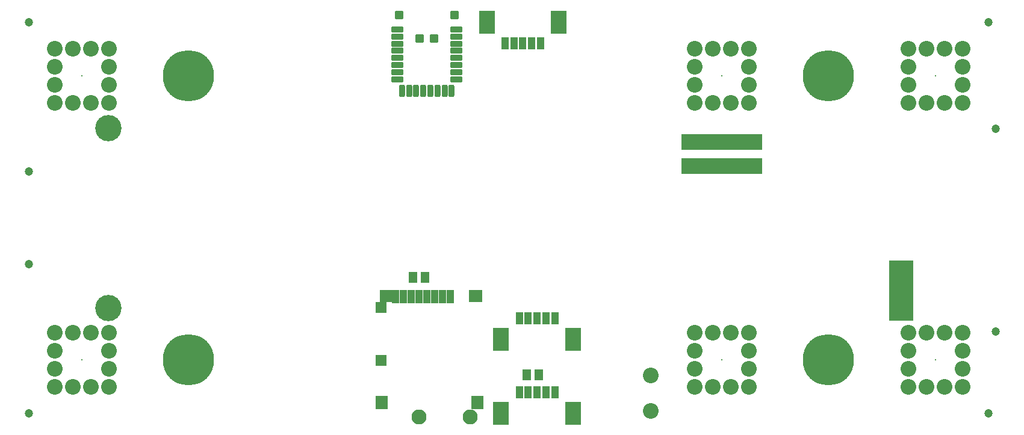
<source format=gbs>
G04 Layer_Color=16711935*
%FSLAX25Y25*%
%MOIN*%
G70*
G01*
G75*
%ADD118R,0.05131X0.06312*%
%ADD149R,0.09068X0.12611*%
%ADD150R,0.03950X0.07099*%
%ADD163R,0.44894X0.08871*%
%ADD169C,0.04737*%
%ADD170C,0.28359*%
%ADD172C,0.00800*%
%ADD173C,0.08674*%
%ADD174C,0.08280*%
%ADD175C,0.14579*%
%ADD176R,0.13780X0.33465*%
%ADD177R,0.03950X0.07414*%
%ADD178R,0.07099X0.06706*%
%ADD179R,0.05879X0.06312*%
%ADD180R,0.07493X0.06706*%
%ADD181R,0.05879X0.05918*%
%ADD182R,0.06706X0.07493*%
G04:AMPARAMS|DCode=183|XSize=67.06mil|YSize=32.02mil|CornerRadius=7.6mil|HoleSize=0mil|Usage=FLASHONLY|Rotation=90.000|XOffset=0mil|YOffset=0mil|HoleType=Round|Shape=RoundedRectangle|*
%AMROUNDEDRECTD183*
21,1,0.06706,0.01681,0,0,90.0*
21,1,0.05185,0.03202,0,0,90.0*
1,1,0.01520,0.00841,0.02593*
1,1,0.01520,0.00841,-0.02593*
1,1,0.01520,-0.00841,-0.02593*
1,1,0.01520,-0.00841,0.02593*
%
%ADD183ROUNDEDRECTD183*%
G04:AMPARAMS|DCode=184|XSize=67.06mil|YSize=32.02mil|CornerRadius=7.6mil|HoleSize=0mil|Usage=FLASHONLY|Rotation=180.000|XOffset=0mil|YOffset=0mil|HoleType=Round|Shape=RoundedRectangle|*
%AMROUNDEDRECTD184*
21,1,0.06706,0.01681,0,0,180.0*
21,1,0.05185,0.03202,0,0,180.0*
1,1,0.01520,-0.02593,0.00841*
1,1,0.01520,0.02593,0.00841*
1,1,0.01520,0.02593,-0.00841*
1,1,0.01520,-0.02593,-0.00841*
%
%ADD184ROUNDEDRECTD184*%
G04:AMPARAMS|DCode=185|XSize=47.37mil|YSize=47.37mil|CornerRadius=9.9mil|HoleSize=0mil|Usage=FLASHONLY|Rotation=180.000|XOffset=0mil|YOffset=0mil|HoleType=Round|Shape=RoundedRectangle|*
%AMROUNDEDRECTD185*
21,1,0.04737,0.02756,0,0,180.0*
21,1,0.02756,0.04737,0,0,180.0*
1,1,0.01981,-0.01378,0.01378*
1,1,0.01981,0.01378,0.01378*
1,1,0.01981,0.01378,-0.01378*
1,1,0.01981,-0.01378,-0.01378*
%
%ADD185ROUNDEDRECTD185*%
D118*
X229429Y-33071D02*
D03*
X222539D02*
D03*
X285531Y-87008D02*
D03*
X292421D02*
D03*
D149*
X271457Y-108268D02*
D03*
X311221D02*
D03*
X303346Y108465D02*
D03*
X263583D02*
D03*
X271457Y-67323D02*
D03*
X311221D02*
D03*
D150*
X281496Y-96653D02*
D03*
X301181D02*
D03*
X291339D02*
D03*
X296260D02*
D03*
X286417D02*
D03*
X293307Y96850D02*
D03*
X273622D02*
D03*
X283465D02*
D03*
X278543D02*
D03*
X288386D02*
D03*
X281496Y-55709D02*
D03*
X301181D02*
D03*
X291339D02*
D03*
X296260D02*
D03*
X286417D02*
D03*
D163*
X393700Y42127D02*
D03*
X393701Y28740D02*
D03*
D169*
X545276Y-62992D02*
D03*
Y49213D02*
D03*
X9843Y-25591D02*
D03*
Y25591D02*
D03*
Y108268D02*
D03*
Y-108268D02*
D03*
X541339D02*
D03*
Y108268D02*
D03*
D170*
X452756Y-78740D02*
D03*
Y78740D02*
D03*
X98425D02*
D03*
Y-78740D02*
D03*
D172*
X511811D02*
D03*
X393701Y78740D02*
D03*
Y-78740D02*
D03*
X39370Y78740D02*
D03*
Y-78740D02*
D03*
X511811Y78740D02*
D03*
D173*
X516811Y-93740D02*
D03*
X506811D02*
D03*
X496811D02*
D03*
X526811D02*
D03*
Y-83740D02*
D03*
Y-73740D02*
D03*
Y-63740D02*
D03*
X516811D02*
D03*
X506811D02*
D03*
X496811D02*
D03*
Y-73740D02*
D03*
Y-83740D02*
D03*
X398701Y63740D02*
D03*
X388701D02*
D03*
X378701D02*
D03*
X408701D02*
D03*
Y73740D02*
D03*
Y83740D02*
D03*
Y93740D02*
D03*
X398701D02*
D03*
X388701D02*
D03*
X378701D02*
D03*
Y83740D02*
D03*
Y73740D02*
D03*
X398701Y-93740D02*
D03*
X388701D02*
D03*
X378701D02*
D03*
X408701D02*
D03*
Y-83740D02*
D03*
Y-73740D02*
D03*
Y-63740D02*
D03*
X398701D02*
D03*
X388701D02*
D03*
X378701D02*
D03*
Y-73740D02*
D03*
Y-83740D02*
D03*
X44370Y63740D02*
D03*
X34370D02*
D03*
X24370D02*
D03*
X54370D02*
D03*
Y73740D02*
D03*
Y83740D02*
D03*
Y93740D02*
D03*
X44370D02*
D03*
X34370D02*
D03*
X24370D02*
D03*
Y83740D02*
D03*
Y73740D02*
D03*
X44370Y-93740D02*
D03*
X34370D02*
D03*
X24370D02*
D03*
X54370D02*
D03*
Y-83740D02*
D03*
Y-73740D02*
D03*
Y-63740D02*
D03*
X44370D02*
D03*
X34370D02*
D03*
X24370D02*
D03*
Y-73740D02*
D03*
Y-83740D02*
D03*
X516811Y63740D02*
D03*
X506811D02*
D03*
X496811D02*
D03*
X526811D02*
D03*
Y73740D02*
D03*
Y83740D02*
D03*
Y93740D02*
D03*
X516811D02*
D03*
X506811D02*
D03*
X496811D02*
D03*
Y83740D02*
D03*
Y73740D02*
D03*
X354331Y-87402D02*
D03*
Y-107087D02*
D03*
D174*
X254232Y-110433D02*
D03*
X226083D02*
D03*
D175*
X53976Y49843D02*
D03*
Y-49843D02*
D03*
D176*
X493110Y-40354D02*
D03*
D177*
X225984Y-43760D02*
D03*
X221654D02*
D03*
X217323D02*
D03*
X212992D02*
D03*
X243307D02*
D03*
X238976D02*
D03*
X234646D02*
D03*
X230315D02*
D03*
D178*
X207480Y-43406D02*
D03*
D179*
X204902Y-78839D02*
D03*
D180*
X257283Y-43406D02*
D03*
D181*
X204902Y-49508D02*
D03*
D182*
X258465Y-102264D02*
D03*
X205315D02*
D03*
D183*
X216535Y70472D02*
D03*
X220472D02*
D03*
X224410D02*
D03*
X228346D02*
D03*
X232283D02*
D03*
X236221D02*
D03*
X240158D02*
D03*
X244094D02*
D03*
D184*
X246496Y76772D02*
D03*
Y80709D02*
D03*
Y84646D02*
D03*
Y88583D02*
D03*
Y92520D02*
D03*
Y96457D02*
D03*
Y100394D02*
D03*
Y104331D02*
D03*
X214134D02*
D03*
Y100394D02*
D03*
Y96457D02*
D03*
Y92520D02*
D03*
Y88583D02*
D03*
Y84646D02*
D03*
Y80709D02*
D03*
Y76772D02*
D03*
D185*
X245709Y112205D02*
D03*
X234252Y99409D02*
D03*
X214921Y112205D02*
D03*
X226378Y99409D02*
D03*
M02*

</source>
